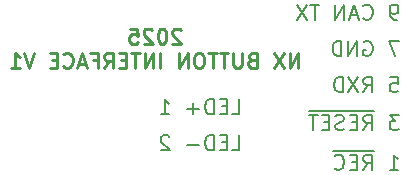
<source format=gbr>
%TF.GenerationSoftware,KiCad,Pcbnew,8.0.7-8.0.7-0~ubuntu24.04.1*%
%TF.CreationDate,2025-01-13T21:17:16-08:00*%
%TF.ProjectId,NX-ButtonInterface,4e582d42-7574-4746-9f6e-496e74657266,1*%
%TF.SameCoordinates,Original*%
%TF.FileFunction,Legend,Bot*%
%TF.FilePolarity,Positive*%
%FSLAX46Y46*%
G04 Gerber Fmt 4.6, Leading zero omitted, Abs format (unit mm)*
G04 Created by KiCad (PCBNEW 8.0.7-8.0.7-0~ubuntu24.04.1) date 2025-01-13 21:17:16*
%MOMM*%
%LPD*%
G01*
G04 APERTURE LIST*
%ADD10C,0.177800*%
%ADD11C,0.228600*%
G04 APERTURE END LIST*
D10*
X118573598Y-99271567D02*
X117726931Y-99271567D01*
X117726931Y-99271567D02*
X118271217Y-100541567D01*
X115610264Y-99332043D02*
X115731217Y-99271567D01*
X115731217Y-99271567D02*
X115912645Y-99271567D01*
X115912645Y-99271567D02*
X116094074Y-99332043D01*
X116094074Y-99332043D02*
X116215026Y-99452995D01*
X116215026Y-99452995D02*
X116275503Y-99573948D01*
X116275503Y-99573948D02*
X116335979Y-99815852D01*
X116335979Y-99815852D02*
X116335979Y-99997281D01*
X116335979Y-99997281D02*
X116275503Y-100239186D01*
X116275503Y-100239186D02*
X116215026Y-100360138D01*
X116215026Y-100360138D02*
X116094074Y-100481091D01*
X116094074Y-100481091D02*
X115912645Y-100541567D01*
X115912645Y-100541567D02*
X115791693Y-100541567D01*
X115791693Y-100541567D02*
X115610264Y-100481091D01*
X115610264Y-100481091D02*
X115549788Y-100420614D01*
X115549788Y-100420614D02*
X115549788Y-99997281D01*
X115549788Y-99997281D02*
X115791693Y-99997281D01*
X115005503Y-100541567D02*
X115005503Y-99271567D01*
X115005503Y-99271567D02*
X114279788Y-100541567D01*
X114279788Y-100541567D02*
X114279788Y-99271567D01*
X113675027Y-100541567D02*
X113675027Y-99271567D01*
X113675027Y-99271567D02*
X113372646Y-99271567D01*
X113372646Y-99271567D02*
X113191217Y-99332043D01*
X113191217Y-99332043D02*
X113070265Y-99452995D01*
X113070265Y-99452995D02*
X113009788Y-99573948D01*
X113009788Y-99573948D02*
X112949312Y-99815852D01*
X112949312Y-99815852D02*
X112949312Y-99997281D01*
X112949312Y-99997281D02*
X113009788Y-100239186D01*
X113009788Y-100239186D02*
X113070265Y-100360138D01*
X113070265Y-100360138D02*
X113191217Y-100481091D01*
X113191217Y-100481091D02*
X113372646Y-100541567D01*
X113372646Y-100541567D02*
X113675027Y-100541567D01*
X104450497Y-105480280D02*
X105055259Y-105480280D01*
X105055259Y-105480280D02*
X105055259Y-104210280D01*
X104027164Y-104815042D02*
X103603830Y-104815042D01*
X103422402Y-105480280D02*
X104027164Y-105480280D01*
X104027164Y-105480280D02*
X104027164Y-104210280D01*
X104027164Y-104210280D02*
X103422402Y-104210280D01*
X102878116Y-105480280D02*
X102878116Y-104210280D01*
X102878116Y-104210280D02*
X102575735Y-104210280D01*
X102575735Y-104210280D02*
X102394306Y-104270756D01*
X102394306Y-104270756D02*
X102273354Y-104391708D01*
X102273354Y-104391708D02*
X102212877Y-104512661D01*
X102212877Y-104512661D02*
X102152401Y-104754565D01*
X102152401Y-104754565D02*
X102152401Y-104935994D01*
X102152401Y-104935994D02*
X102212877Y-105177899D01*
X102212877Y-105177899D02*
X102273354Y-105298851D01*
X102273354Y-105298851D02*
X102394306Y-105419804D01*
X102394306Y-105419804D02*
X102575735Y-105480280D01*
X102575735Y-105480280D02*
X102878116Y-105480280D01*
X101608116Y-104996470D02*
X100640497Y-104996470D01*
X101124306Y-105480280D02*
X101124306Y-104512661D01*
X98402877Y-105480280D02*
X99128592Y-105480280D01*
X98765735Y-105480280D02*
X98765735Y-104210280D01*
X98765735Y-104210280D02*
X98886687Y-104391708D01*
X98886687Y-104391708D02*
X99007639Y-104512661D01*
X99007639Y-104512661D02*
X99128592Y-104573137D01*
X117847884Y-102333854D02*
X118452646Y-102333854D01*
X118452646Y-102333854D02*
X118513122Y-102938616D01*
X118513122Y-102938616D02*
X118452646Y-102878139D01*
X118452646Y-102878139D02*
X118331693Y-102817663D01*
X118331693Y-102817663D02*
X118029312Y-102817663D01*
X118029312Y-102817663D02*
X117908360Y-102878139D01*
X117908360Y-102878139D02*
X117847884Y-102938616D01*
X117847884Y-102938616D02*
X117787407Y-103059568D01*
X117787407Y-103059568D02*
X117787407Y-103361949D01*
X117787407Y-103361949D02*
X117847884Y-103482901D01*
X117847884Y-103482901D02*
X117908360Y-103543378D01*
X117908360Y-103543378D02*
X118029312Y-103603854D01*
X118029312Y-103603854D02*
X118331693Y-103603854D01*
X118331693Y-103603854D02*
X118452646Y-103543378D01*
X118452646Y-103543378D02*
X118513122Y-103482901D01*
X115549788Y-103603854D02*
X115973122Y-102999092D01*
X116275503Y-103603854D02*
X116275503Y-102333854D01*
X116275503Y-102333854D02*
X115791693Y-102333854D01*
X115791693Y-102333854D02*
X115670741Y-102394330D01*
X115670741Y-102394330D02*
X115610264Y-102454806D01*
X115610264Y-102454806D02*
X115549788Y-102575758D01*
X115549788Y-102575758D02*
X115549788Y-102757187D01*
X115549788Y-102757187D02*
X115610264Y-102878139D01*
X115610264Y-102878139D02*
X115670741Y-102938616D01*
X115670741Y-102938616D02*
X115791693Y-102999092D01*
X115791693Y-102999092D02*
X116275503Y-102999092D01*
X115126455Y-102333854D02*
X114279788Y-103603854D01*
X114279788Y-102333854D02*
X115126455Y-103603854D01*
X113795979Y-103603854D02*
X113795979Y-102333854D01*
X113795979Y-102333854D02*
X113493598Y-102333854D01*
X113493598Y-102333854D02*
X113312169Y-102394330D01*
X113312169Y-102394330D02*
X113191217Y-102515282D01*
X113191217Y-102515282D02*
X113130740Y-102636235D01*
X113130740Y-102636235D02*
X113070264Y-102878139D01*
X113070264Y-102878139D02*
X113070264Y-103059568D01*
X113070264Y-103059568D02*
X113130740Y-103301473D01*
X113130740Y-103301473D02*
X113191217Y-103422425D01*
X113191217Y-103422425D02*
X113312169Y-103543378D01*
X113312169Y-103543378D02*
X113493598Y-103603854D01*
X113493598Y-103603854D02*
X113795979Y-103603854D01*
X104450497Y-108528280D02*
X105055259Y-108528280D01*
X105055259Y-108528280D02*
X105055259Y-107258280D01*
X104027164Y-107863042D02*
X103603830Y-107863042D01*
X103422402Y-108528280D02*
X104027164Y-108528280D01*
X104027164Y-108528280D02*
X104027164Y-107258280D01*
X104027164Y-107258280D02*
X103422402Y-107258280D01*
X102878116Y-108528280D02*
X102878116Y-107258280D01*
X102878116Y-107258280D02*
X102575735Y-107258280D01*
X102575735Y-107258280D02*
X102394306Y-107318756D01*
X102394306Y-107318756D02*
X102273354Y-107439708D01*
X102273354Y-107439708D02*
X102212877Y-107560661D01*
X102212877Y-107560661D02*
X102152401Y-107802565D01*
X102152401Y-107802565D02*
X102152401Y-107983994D01*
X102152401Y-107983994D02*
X102212877Y-108225899D01*
X102212877Y-108225899D02*
X102273354Y-108346851D01*
X102273354Y-108346851D02*
X102394306Y-108467804D01*
X102394306Y-108467804D02*
X102575735Y-108528280D01*
X102575735Y-108528280D02*
X102878116Y-108528280D01*
X101608116Y-108044470D02*
X100640497Y-108044470D01*
X99128592Y-107379232D02*
X99068116Y-107318756D01*
X99068116Y-107318756D02*
X98947163Y-107258280D01*
X98947163Y-107258280D02*
X98644782Y-107258280D01*
X98644782Y-107258280D02*
X98523830Y-107318756D01*
X98523830Y-107318756D02*
X98463354Y-107379232D01*
X98463354Y-107379232D02*
X98402877Y-107500184D01*
X98402877Y-107500184D02*
X98402877Y-107621137D01*
X98402877Y-107621137D02*
X98463354Y-107802565D01*
X98463354Y-107802565D02*
X99189068Y-108528280D01*
X99189068Y-108528280D02*
X98402877Y-108528280D01*
D11*
X100094143Y-98359590D02*
X100033667Y-98299114D01*
X100033667Y-98299114D02*
X99912714Y-98238638D01*
X99912714Y-98238638D02*
X99610333Y-98238638D01*
X99610333Y-98238638D02*
X99489381Y-98299114D01*
X99489381Y-98299114D02*
X99428905Y-98359590D01*
X99428905Y-98359590D02*
X99368428Y-98480542D01*
X99368428Y-98480542D02*
X99368428Y-98601495D01*
X99368428Y-98601495D02*
X99428905Y-98782923D01*
X99428905Y-98782923D02*
X100154619Y-99508638D01*
X100154619Y-99508638D02*
X99368428Y-99508638D01*
X98582238Y-98238638D02*
X98461285Y-98238638D01*
X98461285Y-98238638D02*
X98340333Y-98299114D01*
X98340333Y-98299114D02*
X98279857Y-98359590D01*
X98279857Y-98359590D02*
X98219381Y-98480542D01*
X98219381Y-98480542D02*
X98158904Y-98722447D01*
X98158904Y-98722447D02*
X98158904Y-99024828D01*
X98158904Y-99024828D02*
X98219381Y-99266733D01*
X98219381Y-99266733D02*
X98279857Y-99387685D01*
X98279857Y-99387685D02*
X98340333Y-99448162D01*
X98340333Y-99448162D02*
X98461285Y-99508638D01*
X98461285Y-99508638D02*
X98582238Y-99508638D01*
X98582238Y-99508638D02*
X98703190Y-99448162D01*
X98703190Y-99448162D02*
X98763666Y-99387685D01*
X98763666Y-99387685D02*
X98824143Y-99266733D01*
X98824143Y-99266733D02*
X98884619Y-99024828D01*
X98884619Y-99024828D02*
X98884619Y-98722447D01*
X98884619Y-98722447D02*
X98824143Y-98480542D01*
X98824143Y-98480542D02*
X98763666Y-98359590D01*
X98763666Y-98359590D02*
X98703190Y-98299114D01*
X98703190Y-98299114D02*
X98582238Y-98238638D01*
X97675095Y-98359590D02*
X97614619Y-98299114D01*
X97614619Y-98299114D02*
X97493666Y-98238638D01*
X97493666Y-98238638D02*
X97191285Y-98238638D01*
X97191285Y-98238638D02*
X97070333Y-98299114D01*
X97070333Y-98299114D02*
X97009857Y-98359590D01*
X97009857Y-98359590D02*
X96949380Y-98480542D01*
X96949380Y-98480542D02*
X96949380Y-98601495D01*
X96949380Y-98601495D02*
X97009857Y-98782923D01*
X97009857Y-98782923D02*
X97735571Y-99508638D01*
X97735571Y-99508638D02*
X96949380Y-99508638D01*
X95800333Y-98238638D02*
X96405095Y-98238638D01*
X96405095Y-98238638D02*
X96465571Y-98843400D01*
X96465571Y-98843400D02*
X96405095Y-98782923D01*
X96405095Y-98782923D02*
X96284142Y-98722447D01*
X96284142Y-98722447D02*
X95981761Y-98722447D01*
X95981761Y-98722447D02*
X95860809Y-98782923D01*
X95860809Y-98782923D02*
X95800333Y-98843400D01*
X95800333Y-98843400D02*
X95739856Y-98964352D01*
X95739856Y-98964352D02*
X95739856Y-99266733D01*
X95739856Y-99266733D02*
X95800333Y-99387685D01*
X95800333Y-99387685D02*
X95860809Y-99448162D01*
X95860809Y-99448162D02*
X95981761Y-99508638D01*
X95981761Y-99508638D02*
X96284142Y-99508638D01*
X96284142Y-99508638D02*
X96405095Y-99448162D01*
X96405095Y-99448162D02*
X96465571Y-99387685D01*
X110042475Y-101553267D02*
X110042475Y-100283267D01*
X110042475Y-100283267D02*
X109316760Y-101553267D01*
X109316760Y-101553267D02*
X109316760Y-100283267D01*
X108832951Y-100283267D02*
X107986284Y-101553267D01*
X107986284Y-100283267D02*
X108832951Y-101553267D01*
X106111522Y-100888029D02*
X105930094Y-100948505D01*
X105930094Y-100948505D02*
X105869617Y-101008981D01*
X105869617Y-101008981D02*
X105809141Y-101129933D01*
X105809141Y-101129933D02*
X105809141Y-101311362D01*
X105809141Y-101311362D02*
X105869617Y-101432314D01*
X105869617Y-101432314D02*
X105930094Y-101492791D01*
X105930094Y-101492791D02*
X106051046Y-101553267D01*
X106051046Y-101553267D02*
X106534856Y-101553267D01*
X106534856Y-101553267D02*
X106534856Y-100283267D01*
X106534856Y-100283267D02*
X106111522Y-100283267D01*
X106111522Y-100283267D02*
X105990570Y-100343743D01*
X105990570Y-100343743D02*
X105930094Y-100404219D01*
X105930094Y-100404219D02*
X105869617Y-100525171D01*
X105869617Y-100525171D02*
X105869617Y-100646124D01*
X105869617Y-100646124D02*
X105930094Y-100767076D01*
X105930094Y-100767076D02*
X105990570Y-100827552D01*
X105990570Y-100827552D02*
X106111522Y-100888029D01*
X106111522Y-100888029D02*
X106534856Y-100888029D01*
X105264856Y-100283267D02*
X105264856Y-101311362D01*
X105264856Y-101311362D02*
X105204379Y-101432314D01*
X105204379Y-101432314D02*
X105143903Y-101492791D01*
X105143903Y-101492791D02*
X105022951Y-101553267D01*
X105022951Y-101553267D02*
X104781046Y-101553267D01*
X104781046Y-101553267D02*
X104660094Y-101492791D01*
X104660094Y-101492791D02*
X104599617Y-101432314D01*
X104599617Y-101432314D02*
X104539141Y-101311362D01*
X104539141Y-101311362D02*
X104539141Y-100283267D01*
X104115808Y-100283267D02*
X103390094Y-100283267D01*
X103752951Y-101553267D02*
X103752951Y-100283267D01*
X103148189Y-100283267D02*
X102422475Y-100283267D01*
X102785332Y-101553267D02*
X102785332Y-100283267D01*
X101757237Y-100283267D02*
X101515332Y-100283267D01*
X101515332Y-100283267D02*
X101394380Y-100343743D01*
X101394380Y-100343743D02*
X101273427Y-100464695D01*
X101273427Y-100464695D02*
X101212951Y-100706600D01*
X101212951Y-100706600D02*
X101212951Y-101129933D01*
X101212951Y-101129933D02*
X101273427Y-101371838D01*
X101273427Y-101371838D02*
X101394380Y-101492791D01*
X101394380Y-101492791D02*
X101515332Y-101553267D01*
X101515332Y-101553267D02*
X101757237Y-101553267D01*
X101757237Y-101553267D02*
X101878189Y-101492791D01*
X101878189Y-101492791D02*
X101999142Y-101371838D01*
X101999142Y-101371838D02*
X102059618Y-101129933D01*
X102059618Y-101129933D02*
X102059618Y-100706600D01*
X102059618Y-100706600D02*
X101999142Y-100464695D01*
X101999142Y-100464695D02*
X101878189Y-100343743D01*
X101878189Y-100343743D02*
X101757237Y-100283267D01*
X100668666Y-101553267D02*
X100668666Y-100283267D01*
X100668666Y-100283267D02*
X99942951Y-101553267D01*
X99942951Y-101553267D02*
X99942951Y-100283267D01*
X98370571Y-101553267D02*
X98370571Y-100283267D01*
X97765809Y-101553267D02*
X97765809Y-100283267D01*
X97765809Y-100283267D02*
X97040094Y-101553267D01*
X97040094Y-101553267D02*
X97040094Y-100283267D01*
X96616761Y-100283267D02*
X95891047Y-100283267D01*
X96253904Y-101553267D02*
X96253904Y-100283267D01*
X95467714Y-100888029D02*
X95044380Y-100888029D01*
X94862952Y-101553267D02*
X95467714Y-101553267D01*
X95467714Y-101553267D02*
X95467714Y-100283267D01*
X95467714Y-100283267D02*
X94862952Y-100283267D01*
X93592951Y-101553267D02*
X94016285Y-100948505D01*
X94318666Y-101553267D02*
X94318666Y-100283267D01*
X94318666Y-100283267D02*
X93834856Y-100283267D01*
X93834856Y-100283267D02*
X93713904Y-100343743D01*
X93713904Y-100343743D02*
X93653427Y-100404219D01*
X93653427Y-100404219D02*
X93592951Y-100525171D01*
X93592951Y-100525171D02*
X93592951Y-100706600D01*
X93592951Y-100706600D02*
X93653427Y-100827552D01*
X93653427Y-100827552D02*
X93713904Y-100888029D01*
X93713904Y-100888029D02*
X93834856Y-100948505D01*
X93834856Y-100948505D02*
X94318666Y-100948505D01*
X92625332Y-100888029D02*
X93048666Y-100888029D01*
X93048666Y-101553267D02*
X93048666Y-100283267D01*
X93048666Y-100283267D02*
X92443904Y-100283267D01*
X92020571Y-101190410D02*
X91415809Y-101190410D01*
X92141523Y-101553267D02*
X91718190Y-100283267D01*
X91718190Y-100283267D02*
X91294856Y-101553267D01*
X90145809Y-101432314D02*
X90206285Y-101492791D01*
X90206285Y-101492791D02*
X90387714Y-101553267D01*
X90387714Y-101553267D02*
X90508666Y-101553267D01*
X90508666Y-101553267D02*
X90690095Y-101492791D01*
X90690095Y-101492791D02*
X90811047Y-101371838D01*
X90811047Y-101371838D02*
X90871524Y-101250886D01*
X90871524Y-101250886D02*
X90932000Y-101008981D01*
X90932000Y-101008981D02*
X90932000Y-100827552D01*
X90932000Y-100827552D02*
X90871524Y-100585648D01*
X90871524Y-100585648D02*
X90811047Y-100464695D01*
X90811047Y-100464695D02*
X90690095Y-100343743D01*
X90690095Y-100343743D02*
X90508666Y-100283267D01*
X90508666Y-100283267D02*
X90387714Y-100283267D01*
X90387714Y-100283267D02*
X90206285Y-100343743D01*
X90206285Y-100343743D02*
X90145809Y-100404219D01*
X89601524Y-100888029D02*
X89178190Y-100888029D01*
X88996762Y-101553267D02*
X89601524Y-101553267D01*
X89601524Y-101553267D02*
X89601524Y-100283267D01*
X89601524Y-100283267D02*
X88996762Y-100283267D01*
X87666285Y-100283267D02*
X87242952Y-101553267D01*
X87242952Y-101553267D02*
X86819618Y-100283267D01*
X85731047Y-101553267D02*
X86456762Y-101553267D01*
X86093905Y-101553267D02*
X86093905Y-100283267D01*
X86093905Y-100283267D02*
X86214857Y-100464695D01*
X86214857Y-100464695D02*
X86335809Y-100585648D01*
X86335809Y-100585648D02*
X86456762Y-100646124D01*
D10*
X118573598Y-105546424D02*
X117787407Y-105546424D01*
X117787407Y-105546424D02*
X118210741Y-106030233D01*
X118210741Y-106030233D02*
X118029312Y-106030233D01*
X118029312Y-106030233D02*
X117908360Y-106090709D01*
X117908360Y-106090709D02*
X117847884Y-106151186D01*
X117847884Y-106151186D02*
X117787407Y-106272138D01*
X117787407Y-106272138D02*
X117787407Y-106574519D01*
X117787407Y-106574519D02*
X117847884Y-106695471D01*
X117847884Y-106695471D02*
X117908360Y-106755948D01*
X117908360Y-106755948D02*
X118029312Y-106816424D01*
X118029312Y-106816424D02*
X118392169Y-106816424D01*
X118392169Y-106816424D02*
X118513122Y-106755948D01*
X118513122Y-106755948D02*
X118573598Y-106695471D01*
X115549788Y-106816424D02*
X115973122Y-106211662D01*
X116275503Y-106816424D02*
X116275503Y-105546424D01*
X116275503Y-105546424D02*
X115791693Y-105546424D01*
X115791693Y-105546424D02*
X115670741Y-105606900D01*
X115670741Y-105606900D02*
X115610264Y-105667376D01*
X115610264Y-105667376D02*
X115549788Y-105788328D01*
X115549788Y-105788328D02*
X115549788Y-105969757D01*
X115549788Y-105969757D02*
X115610264Y-106090709D01*
X115610264Y-106090709D02*
X115670741Y-106151186D01*
X115670741Y-106151186D02*
X115791693Y-106211662D01*
X115791693Y-106211662D02*
X116275503Y-106211662D01*
X115005503Y-106151186D02*
X114582169Y-106151186D01*
X114400741Y-106816424D02*
X115005503Y-106816424D01*
X115005503Y-106816424D02*
X115005503Y-105546424D01*
X115005503Y-105546424D02*
X114400741Y-105546424D01*
X113916931Y-106755948D02*
X113735502Y-106816424D01*
X113735502Y-106816424D02*
X113433121Y-106816424D01*
X113433121Y-106816424D02*
X113312169Y-106755948D01*
X113312169Y-106755948D02*
X113251693Y-106695471D01*
X113251693Y-106695471D02*
X113191216Y-106574519D01*
X113191216Y-106574519D02*
X113191216Y-106453567D01*
X113191216Y-106453567D02*
X113251693Y-106332614D01*
X113251693Y-106332614D02*
X113312169Y-106272138D01*
X113312169Y-106272138D02*
X113433121Y-106211662D01*
X113433121Y-106211662D02*
X113675026Y-106151186D01*
X113675026Y-106151186D02*
X113795978Y-106090709D01*
X113795978Y-106090709D02*
X113856455Y-106030233D01*
X113856455Y-106030233D02*
X113916931Y-105909281D01*
X113916931Y-105909281D02*
X113916931Y-105788328D01*
X113916931Y-105788328D02*
X113856455Y-105667376D01*
X113856455Y-105667376D02*
X113795978Y-105606900D01*
X113795978Y-105606900D02*
X113675026Y-105546424D01*
X113675026Y-105546424D02*
X113372645Y-105546424D01*
X113372645Y-105546424D02*
X113191216Y-105606900D01*
X112646931Y-106151186D02*
X112223597Y-106151186D01*
X112042169Y-106816424D02*
X112646931Y-106816424D01*
X112646931Y-106816424D02*
X112646931Y-105546424D01*
X112646931Y-105546424D02*
X112042169Y-105546424D01*
X111679311Y-105546424D02*
X110953597Y-105546424D01*
X111316454Y-106816424D02*
X111316454Y-105546424D01*
X116450884Y-105193848D02*
X110959645Y-105193848D01*
X118392169Y-97479280D02*
X118150265Y-97479280D01*
X118150265Y-97479280D02*
X118029312Y-97418804D01*
X118029312Y-97418804D02*
X117968836Y-97358327D01*
X117968836Y-97358327D02*
X117847884Y-97176899D01*
X117847884Y-97176899D02*
X117787407Y-96934994D01*
X117787407Y-96934994D02*
X117787407Y-96451184D01*
X117787407Y-96451184D02*
X117847884Y-96330232D01*
X117847884Y-96330232D02*
X117908360Y-96269756D01*
X117908360Y-96269756D02*
X118029312Y-96209280D01*
X118029312Y-96209280D02*
X118271217Y-96209280D01*
X118271217Y-96209280D02*
X118392169Y-96269756D01*
X118392169Y-96269756D02*
X118452646Y-96330232D01*
X118452646Y-96330232D02*
X118513122Y-96451184D01*
X118513122Y-96451184D02*
X118513122Y-96753565D01*
X118513122Y-96753565D02*
X118452646Y-96874518D01*
X118452646Y-96874518D02*
X118392169Y-96934994D01*
X118392169Y-96934994D02*
X118271217Y-96995470D01*
X118271217Y-96995470D02*
X118029312Y-96995470D01*
X118029312Y-96995470D02*
X117908360Y-96934994D01*
X117908360Y-96934994D02*
X117847884Y-96874518D01*
X117847884Y-96874518D02*
X117787407Y-96753565D01*
X115549788Y-97358327D02*
X115610264Y-97418804D01*
X115610264Y-97418804D02*
X115791693Y-97479280D01*
X115791693Y-97479280D02*
X115912645Y-97479280D01*
X115912645Y-97479280D02*
X116094074Y-97418804D01*
X116094074Y-97418804D02*
X116215026Y-97297851D01*
X116215026Y-97297851D02*
X116275503Y-97176899D01*
X116275503Y-97176899D02*
X116335979Y-96934994D01*
X116335979Y-96934994D02*
X116335979Y-96753565D01*
X116335979Y-96753565D02*
X116275503Y-96511661D01*
X116275503Y-96511661D02*
X116215026Y-96390708D01*
X116215026Y-96390708D02*
X116094074Y-96269756D01*
X116094074Y-96269756D02*
X115912645Y-96209280D01*
X115912645Y-96209280D02*
X115791693Y-96209280D01*
X115791693Y-96209280D02*
X115610264Y-96269756D01*
X115610264Y-96269756D02*
X115549788Y-96330232D01*
X115065979Y-97116423D02*
X114461217Y-97116423D01*
X115186931Y-97479280D02*
X114763598Y-96209280D01*
X114763598Y-96209280D02*
X114340264Y-97479280D01*
X113916932Y-97479280D02*
X113916932Y-96209280D01*
X113916932Y-96209280D02*
X113191217Y-97479280D01*
X113191217Y-97479280D02*
X113191217Y-96209280D01*
X111800265Y-96209280D02*
X111074551Y-96209280D01*
X111437408Y-97479280D02*
X111437408Y-96209280D01*
X110772170Y-96209280D02*
X109925503Y-97479280D01*
X109925503Y-96209280D02*
X110772170Y-97479280D01*
X117787407Y-110179280D02*
X118513122Y-110179280D01*
X118150265Y-110179280D02*
X118150265Y-108909280D01*
X118150265Y-108909280D02*
X118271217Y-109090708D01*
X118271217Y-109090708D02*
X118392169Y-109211661D01*
X118392169Y-109211661D02*
X118513122Y-109272137D01*
X115549788Y-110179280D02*
X115973122Y-109574518D01*
X116275503Y-110179280D02*
X116275503Y-108909280D01*
X116275503Y-108909280D02*
X115791693Y-108909280D01*
X115791693Y-108909280D02*
X115670741Y-108969756D01*
X115670741Y-108969756D02*
X115610264Y-109030232D01*
X115610264Y-109030232D02*
X115549788Y-109151184D01*
X115549788Y-109151184D02*
X115549788Y-109332613D01*
X115549788Y-109332613D02*
X115610264Y-109453565D01*
X115610264Y-109453565D02*
X115670741Y-109514042D01*
X115670741Y-109514042D02*
X115791693Y-109574518D01*
X115791693Y-109574518D02*
X116275503Y-109574518D01*
X115005503Y-109514042D02*
X114582169Y-109514042D01*
X114400741Y-110179280D02*
X115005503Y-110179280D01*
X115005503Y-110179280D02*
X115005503Y-108909280D01*
X115005503Y-108909280D02*
X114400741Y-108909280D01*
X113130740Y-110058327D02*
X113191216Y-110118804D01*
X113191216Y-110118804D02*
X113372645Y-110179280D01*
X113372645Y-110179280D02*
X113493597Y-110179280D01*
X113493597Y-110179280D02*
X113675026Y-110118804D01*
X113675026Y-110118804D02*
X113795978Y-109997851D01*
X113795978Y-109997851D02*
X113856455Y-109876899D01*
X113856455Y-109876899D02*
X113916931Y-109634994D01*
X113916931Y-109634994D02*
X113916931Y-109453565D01*
X113916931Y-109453565D02*
X113856455Y-109211661D01*
X113856455Y-109211661D02*
X113795978Y-109090708D01*
X113795978Y-109090708D02*
X113675026Y-108969756D01*
X113675026Y-108969756D02*
X113493597Y-108909280D01*
X113493597Y-108909280D02*
X113372645Y-108909280D01*
X113372645Y-108909280D02*
X113191216Y-108969756D01*
X113191216Y-108969756D02*
X113130740Y-109030232D01*
X116450884Y-108556704D02*
X113015836Y-108556704D01*
M02*

</source>
